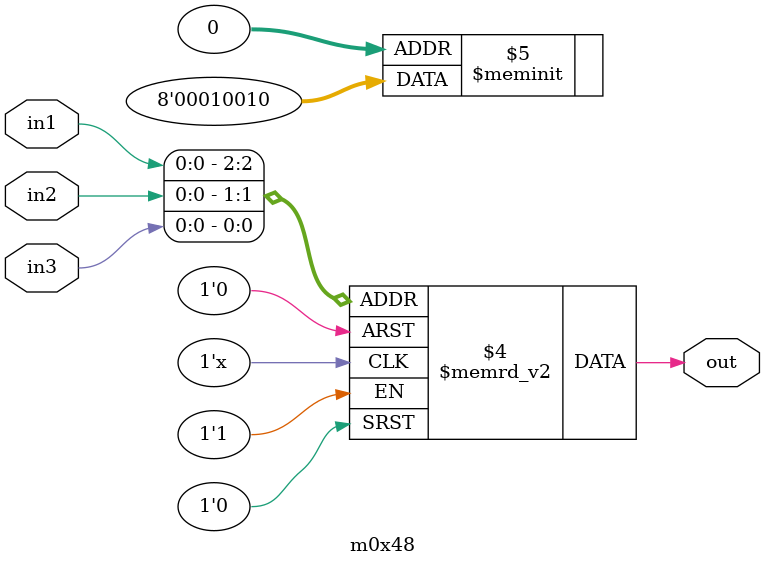
<source format=v>
module m0x48(output out, input in1, in2, in3);

   always @(in1, in2, in3)
     begin
        case({in1, in2, in3})
          3'b000: {out} = 1'b0;
          3'b001: {out} = 1'b1;
          3'b010: {out} = 1'b0;
          3'b011: {out} = 1'b0;
          3'b100: {out} = 1'b1;
          3'b101: {out} = 1'b0;
          3'b110: {out} = 1'b0;
          3'b111: {out} = 1'b0;
        endcase // case ({in1, in2, in3})
     end // always @ (in1, in2, in3)

endmodule // m0x48
</source>
